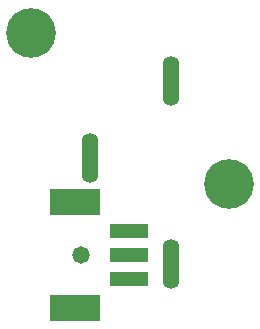
<source format=gts>
G04*
G04 #@! TF.GenerationSoftware,Altium Limited,Altium Designer,19.0.14 (431)*
G04*
G04 Layer_Color=8388736*
%FSLAX25Y25*%
%MOIN*%
G70*
G01*
G75*
%ADD10R,0.12611X0.04737*%
%ADD11R,0.16548X0.08674*%
%ADD12C,0.16548*%
%ADD13O,0.05524X0.16548*%
%ADD14C,0.05800*%
D10*
X71851Y69881D02*
D03*
Y54133D02*
D03*
Y62007D02*
D03*
D11*
X54134Y79724D02*
D03*
Y44290D02*
D03*
D12*
X105315Y85630D02*
D03*
X39316Y136143D02*
D03*
D13*
X86024Y120079D02*
D03*
Y59055D02*
D03*
X58858Y94488D02*
D03*
D14*
X56102Y62008D02*
D03*
M02*

</source>
